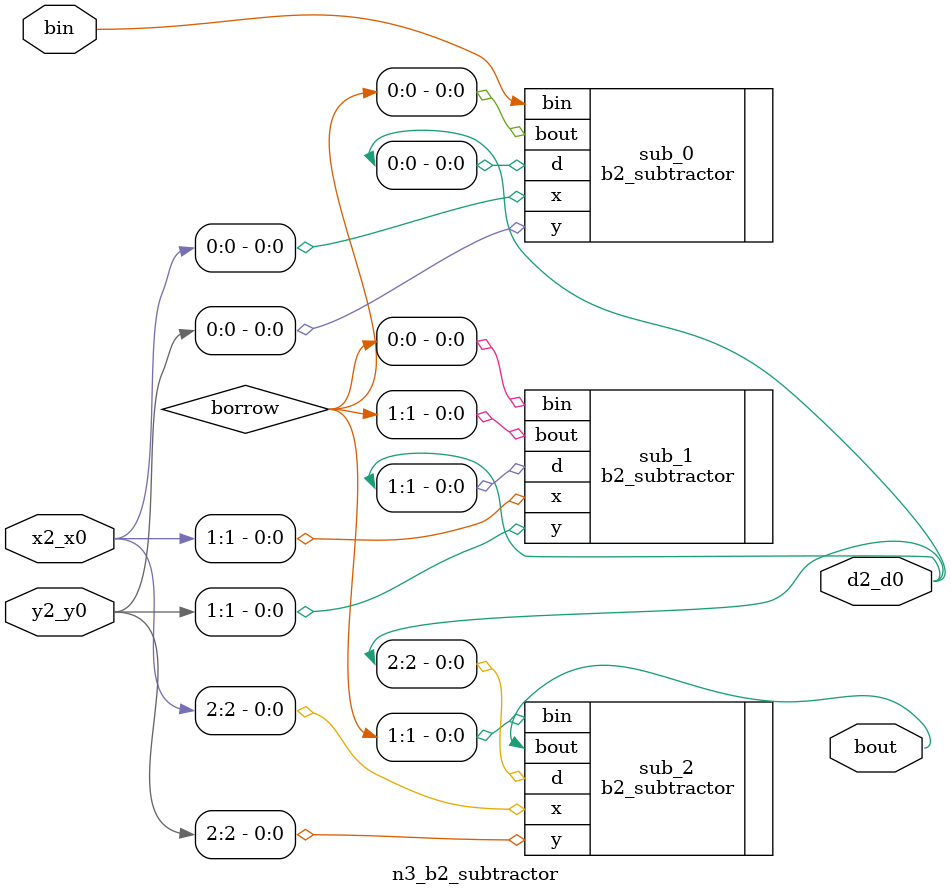
<source format=v>
module n3_b2_subtractor(x2_x0, y2_y0, bin, d2_d0, bout);
	input[2:0] x2_x0, y2_y0;
	input bin;	
	output[2:0] d2_d0;
	output bout;

	wire[1:0] borrow;

	b2_subtractor sub_0 (
		.x(x2_x0[0]), .y(y2_y0[0]),
		.bin(bin),
		.d(d2_d0[0]),
		.bout(borrow[0])
	);
	
	b2_subtractor sub_1 (
		.x(x2_x0[1]), .y(y2_y0[1]),
		.bin(borrow[0]),
		.d(d2_d0[1]),
		.bout(borrow[1])
	);
	
	b2_subtractor sub_2 (
		.x(x2_x0[2]), .y(y2_y0[2]),
		.bin(borrow[1]),
		.d(d2_d0[2]),
		.bout(bout)
	);
endmodule

</source>
